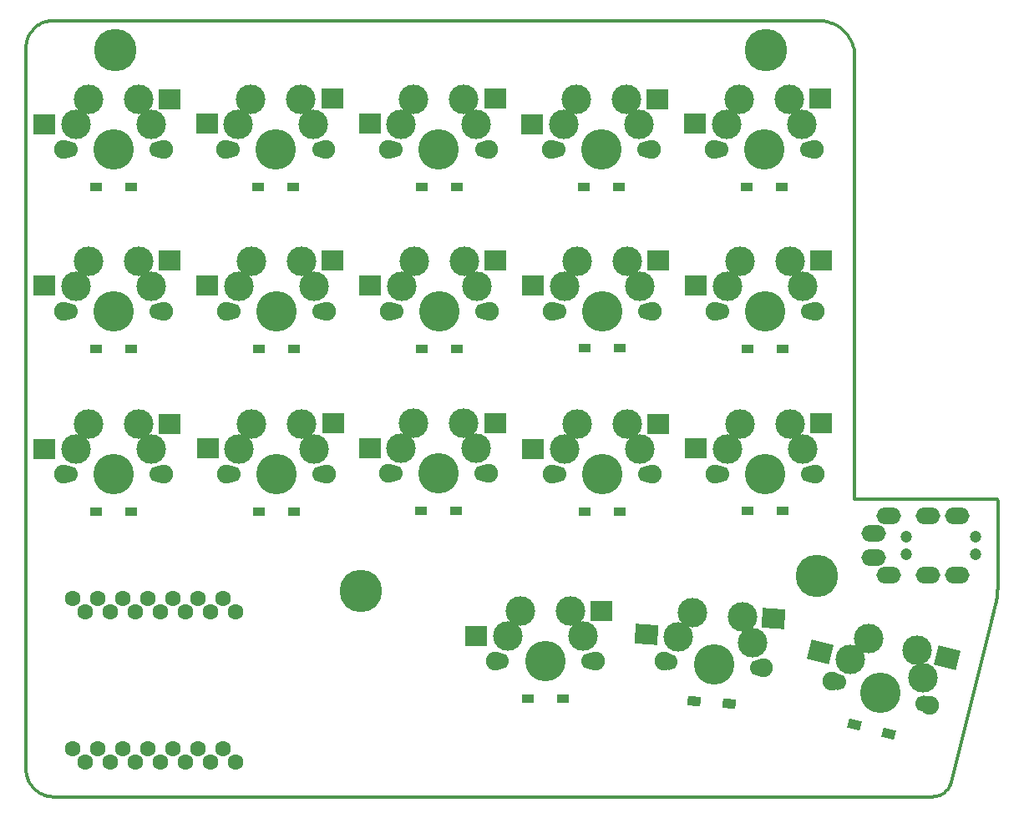
<source format=gbr>
%TF.GenerationSoftware,KiCad,Pcbnew,(6.0.6)*%
%TF.CreationDate,2022-09-02T08:16:23+09:00*%
%TF.ProjectId,split-mini,73706c69-742d-46d6-996e-692e6b696361,rev?*%
%TF.SameCoordinates,Original*%
%TF.FileFunction,Soldermask,Bot*%
%TF.FilePolarity,Negative*%
%FSLAX46Y46*%
G04 Gerber Fmt 4.6, Leading zero omitted, Abs format (unit mm)*
G04 Created by KiCad (PCBNEW (6.0.6)) date 2022-09-02 08:16:23*
%MOMM*%
%LPD*%
G01*
G04 APERTURE LIST*
G04 Aperture macros list*
%AMRotRect*
0 Rectangle, with rotation*
0 The origin of the aperture is its center*
0 $1 length*
0 $2 width*
0 $3 Rotation angle, in degrees counterclockwise*
0 Add horizontal line*
21,1,$1,$2,0,0,$3*%
G04 Aperture macros list end*
%TA.AperFunction,Profile*%
%ADD10C,0.349999*%
%TD*%
%ADD11R,1.300000X0.950000*%
%ADD12C,1.700000*%
%ADD13C,1.900000*%
%ADD14C,3.000000*%
%ADD15C,4.100000*%
%ADD16R,2.300000X2.000000*%
%ADD17C,4.300000*%
%ADD18RotRect,1.300000X0.950000X356.000000*%
%ADD19RotRect,1.300000X0.950000X346.000000*%
%ADD20RotRect,2.300000X2.000000X166.000000*%
%ADD21C,1.200000*%
%ADD22O,2.500000X1.700000*%
%ADD23RotRect,2.300000X2.000000X176.000000*%
%ADD24C,1.600000*%
G04 APERTURE END LIST*
D10*
X14780401Y-18578385D02*
X14732187Y-18700673D01*
X107991810Y-94873409D02*
X108087317Y-94740105D01*
X112896823Y-65424635D02*
X112885225Y-65421340D01*
X98210503Y-18990315D02*
X98130320Y-18833759D01*
X97948452Y-18534392D02*
X97847223Y-18392038D01*
X96820421Y-17459222D02*
X96668372Y-17371794D01*
X15268316Y-17815929D02*
X15183682Y-17913642D01*
X112836720Y-65413958D02*
X112824143Y-65413638D01*
X16213406Y-17145251D02*
X16094126Y-17199185D01*
X15485415Y-94919840D02*
X15589743Y-95009711D01*
X15809899Y-95172677D02*
X15925270Y-95245584D01*
X15589743Y-95009711D02*
X15697981Y-95094021D01*
X15450994Y-17633234D02*
X15357477Y-17722403D01*
X107375451Y-95396875D02*
X107514993Y-95313006D01*
X112960793Y-65455393D02*
X112950877Y-65449035D01*
X112930104Y-65437751D02*
X112919278Y-65432856D01*
X95669432Y-17007325D02*
X95490630Y-16975392D01*
X108210073Y-94524731D02*
X108245187Y-94449090D01*
X112849133Y-65414903D02*
X112836720Y-65413958D01*
X97110090Y-17654897D02*
X96967737Y-17553666D01*
X106756106Y-95612478D02*
X106837995Y-95596706D01*
X94937684Y-16933550D02*
X17261574Y-16933550D01*
X96511816Y-17291610D02*
X96350983Y-17218897D01*
X107647071Y-95218200D02*
X107771015Y-95112981D01*
X113068543Y-74296435D02*
X113068543Y-74296435D01*
X107771015Y-95112981D02*
X107886153Y-94997876D01*
X16545903Y-95520564D02*
X16677186Y-95556986D01*
X15037015Y-94399857D02*
X15115680Y-94511769D01*
X112844742Y-76119097D02*
X112844742Y-76119097D01*
X98042894Y-18681709D02*
X97948452Y-18534392D01*
X112885225Y-65421340D02*
X112873401Y-65418610D01*
X15357477Y-17722403D02*
X15268316Y-17815929D01*
X113012737Y-65502594D02*
X113005055Y-65493726D01*
X98405308Y-19484738D02*
X98348225Y-19316033D01*
X106589336Y-95633784D02*
X106673192Y-95624859D01*
X14964100Y-94284491D02*
X15037015Y-94399857D01*
X113012384Y-75214608D02*
X113036924Y-74985949D01*
X95308920Y-16952300D02*
X95124528Y-16938277D01*
X17356812Y-95641024D02*
X17356812Y-95641024D01*
X14897028Y-94165902D02*
X14964100Y-94284491D01*
X15200000Y-94620000D02*
X15289879Y-94724321D01*
X112861365Y-65416459D02*
X112849133Y-65414903D01*
X113068543Y-74296435D02*
X113068543Y-65658038D01*
X14835895Y-94044317D02*
X14897028Y-94165902D01*
X14568551Y-92852954D02*
X14571977Y-92991216D01*
X108331943Y-94211539D02*
X108354386Y-94129031D01*
X113053714Y-65574017D02*
X113049338Y-65562920D01*
X15650424Y-17468643D02*
X15548700Y-17548591D01*
X14568795Y-19626572D02*
X14568795Y-19626572D01*
X113005055Y-65493726D02*
X112996963Y-65485238D01*
X16718874Y-16988305D02*
X16588593Y-17018384D01*
X97247252Y-17762686D02*
X97110090Y-17654897D01*
X14731824Y-93793074D02*
X14780796Y-93919965D01*
X16851481Y-16964613D02*
X16718874Y-16988305D01*
X15865252Y-17323509D02*
X15755998Y-17393559D01*
X113036924Y-74985949D02*
X113054477Y-74756594D01*
X15115680Y-94511769D02*
X15200000Y-94620000D01*
X17356812Y-95641024D02*
X106419137Y-95641001D01*
X16043864Y-95312647D02*
X16165452Y-95373771D01*
X112897036Y-75894817D02*
X112942420Y-75669202D01*
X16810321Y-95586997D02*
X16945080Y-95610500D01*
X14732187Y-18700673D02*
X14689853Y-18825796D01*
X106504623Y-95639186D02*
X106589336Y-95633784D01*
X106673192Y-95624859D02*
X106756106Y-95612478D01*
X107886153Y-94997876D02*
X107991810Y-94873409D01*
X94937684Y-16933550D02*
X94937684Y-16933550D01*
X14571977Y-92991216D02*
X14582194Y-93128539D01*
X113067281Y-65633054D02*
X113065727Y-65620825D01*
X98568543Y-65413607D02*
X98568543Y-65413607D01*
X108245187Y-94449090D02*
X108277260Y-94371634D01*
X113057556Y-65585372D02*
X113053714Y-65574017D01*
X113065727Y-65620825D02*
X113063578Y-65608791D01*
X17261574Y-16933550D02*
X17123000Y-16937066D01*
X15697981Y-95094021D02*
X15809899Y-95172677D01*
X113019992Y-65511826D02*
X113012737Y-65502594D01*
X112226159Y-78600116D02*
X112844742Y-76119097D01*
X97378996Y-17876807D02*
X97247252Y-17762686D01*
X14834325Y-18459099D02*
X14780401Y-18578385D01*
X113068543Y-65658038D02*
X113068543Y-65658038D01*
X98130320Y-18833759D02*
X98042894Y-18681709D01*
X16289808Y-95428861D02*
X16416701Y-95477824D01*
X14780796Y-93919965D02*
X14835895Y-94044317D01*
X15385224Y-94824504D02*
X15385224Y-94824504D01*
X106419137Y-95641001D02*
X106419137Y-95641001D01*
X107076671Y-95529702D02*
X107229120Y-95469282D01*
X97625315Y-18123130D02*
X97505093Y-17997031D01*
X113033162Y-65531324D02*
X113026806Y-65521408D01*
X15103743Y-18015374D02*
X15028669Y-18120954D01*
X96668372Y-17371794D02*
X96511816Y-17291610D01*
X112942420Y-75669202D02*
X112980876Y-75442413D01*
X97505093Y-17997031D02*
X97378996Y-17876807D01*
X98563819Y-20377603D02*
X98549797Y-20193212D01*
X113039047Y-65541558D02*
X113033162Y-65531324D01*
X14689074Y-93663873D02*
X14731824Y-93793074D01*
X15978018Y-17258661D02*
X15865252Y-17323509D01*
X14568551Y-92852954D02*
X14568551Y-92852954D01*
X95845096Y-17047870D02*
X95669432Y-17007325D01*
X112844742Y-76119097D02*
X112897036Y-75894817D01*
X14568795Y-19626572D02*
X14568551Y-92852954D01*
X17123000Y-16937066D02*
X16986246Y-16947477D01*
X108306207Y-94292428D02*
X108331943Y-94211539D01*
X112988475Y-65477145D02*
X112979608Y-65469463D01*
X14652642Y-93532590D02*
X14689074Y-93663873D01*
X14689853Y-18825796D02*
X14653568Y-18953583D01*
X113060849Y-65596968D02*
X113057556Y-65585372D01*
X108087317Y-94740105D02*
X108172000Y-94598491D01*
X112873401Y-65418610D02*
X112861365Y-65416459D01*
X16094126Y-17199185D02*
X15978018Y-17258661D01*
X113068225Y-65645463D02*
X113067281Y-65633054D01*
X96017394Y-17096799D02*
X95845096Y-17047870D01*
X96967737Y-17553666D02*
X96820421Y-17459222D01*
X15028669Y-18120954D02*
X14958628Y-18230215D01*
X17081233Y-95627403D02*
X17218554Y-95637609D01*
X14582697Y-19351243D02*
X14572298Y-19487998D01*
X95490630Y-16975392D02*
X95308920Y-16952300D01*
X14599821Y-19216476D02*
X14582697Y-19351243D01*
X112940642Y-65443149D02*
X112930104Y-65437751D01*
X112824143Y-65413638D02*
X112824143Y-65413638D01*
X106419137Y-95641001D02*
X106504623Y-95639186D01*
X98348225Y-19316033D02*
X98283214Y-19151149D01*
X112979608Y-65469463D02*
X112970375Y-65462207D01*
X16416701Y-95477824D02*
X16545903Y-95520564D01*
X107229120Y-95469282D02*
X107375451Y-95396875D01*
X98494777Y-19832701D02*
X98454235Y-19657037D01*
X112980876Y-75442413D02*
X113012384Y-75214608D01*
X113068543Y-65658038D02*
X113068225Y-65645463D01*
X108277260Y-94371634D02*
X108306207Y-94292428D01*
X14623501Y-19083866D02*
X14599821Y-19216476D01*
X107514993Y-95313006D02*
X107647071Y-95218200D01*
X14622621Y-93399455D02*
X14652642Y-93532590D01*
X112996963Y-65485238D02*
X112988475Y-65477145D01*
X113026806Y-65521408D02*
X113019992Y-65511826D01*
X15548700Y-17548591D02*
X15450994Y-17633234D01*
X112950877Y-65449035D02*
X112940642Y-65443149D01*
X113065023Y-74526703D02*
X113068543Y-74296435D01*
X15183682Y-17913642D02*
X15103743Y-18015374D01*
X14893791Y-18342986D02*
X14834325Y-18459099D01*
X16335690Y-17097026D02*
X16213406Y-17145251D01*
X15289879Y-94724321D02*
X15385224Y-94824504D01*
X112970375Y-65462207D02*
X112960793Y-65455393D01*
X106837995Y-95596706D02*
X106918775Y-95577609D01*
X97739435Y-18254875D02*
X97625315Y-18123130D01*
X113063578Y-65608791D02*
X113060849Y-65596968D01*
X98454235Y-19657037D02*
X98405308Y-19484738D01*
X98549797Y-20193212D02*
X98526708Y-20011502D01*
X15755998Y-17393559D02*
X15650424Y-17468643D01*
X16165452Y-95373771D02*
X16289808Y-95428861D01*
X98568543Y-20564447D02*
X98568543Y-20564447D01*
X17218554Y-95637609D02*
X17356812Y-95641024D01*
X16986246Y-16947477D02*
X16851481Y-16964613D01*
X98526708Y-20011502D02*
X98494777Y-19832701D01*
X112824143Y-65413638D02*
X98568543Y-65413607D01*
X98283214Y-19151149D02*
X98210503Y-18990315D01*
X113054477Y-74756594D02*
X113065023Y-74526703D01*
X108354386Y-94129031D02*
X108354386Y-94129031D01*
X98568543Y-20564447D02*
X98563819Y-20377603D01*
X113049338Y-65562920D02*
X113044444Y-65552095D01*
X108354386Y-94129031D02*
X112226159Y-78600116D01*
X14582194Y-93128539D02*
X14599107Y-93264695D01*
X14572298Y-19487998D02*
X14568795Y-19626572D01*
X16945080Y-95610500D02*
X17081233Y-95627403D01*
X16588593Y-17018384D02*
X16460809Y-17054681D01*
X14653568Y-18953583D02*
X14623501Y-19083866D01*
X108172000Y-94598491D02*
X108210073Y-94524731D01*
X96350983Y-17218897D02*
X96186099Y-17153884D01*
X96186099Y-17153884D02*
X96017394Y-17096799D01*
X95124528Y-16938277D02*
X94937684Y-16933550D01*
X16677186Y-95556986D02*
X16810321Y-95586997D01*
X15925270Y-95245584D02*
X16043864Y-95312647D01*
X106918775Y-95577609D02*
X107076671Y-95529702D01*
X97847223Y-18392038D02*
X97739435Y-18254875D01*
X98568543Y-65413607D02*
X98568543Y-20564447D01*
X14958628Y-18230215D02*
X14893791Y-18342986D01*
X113044444Y-65552095D02*
X113039047Y-65541558D01*
X14599107Y-93264695D02*
X14622621Y-93399455D01*
X112908179Y-65428479D02*
X112896823Y-65424635D01*
X15385224Y-94824504D02*
X15485415Y-94919840D01*
X16460809Y-17054681D02*
X16335690Y-17097026D01*
X112919278Y-65432856D02*
X112908179Y-65428479D01*
X112226159Y-78600116D02*
X112226159Y-78600116D01*
D11*
%TO.C,D7*%
X38145000Y-50180000D03*
X41695000Y-50180000D03*
%TD*%
D12*
%TO.C,SW6*%
X18930000Y-46360000D03*
D13*
X18350000Y-46360000D03*
D14*
X20890000Y-41280000D03*
X27240000Y-43819999D03*
D12*
X27930000Y-46360000D03*
D14*
X19620000Y-43820000D03*
D13*
X28510000Y-46360000D03*
D14*
X25970000Y-41280000D03*
D15*
X23430000Y-46360000D03*
D16*
X16430000Y-43780000D03*
X29130000Y-41240000D03*
%TD*%
D14*
%TO.C,SW11*%
X27230000Y-60379999D03*
X19610000Y-60380000D03*
D12*
X18920000Y-62920000D03*
D13*
X18340000Y-62920000D03*
D14*
X20880000Y-57840000D03*
D12*
X27920000Y-62920000D03*
D13*
X28500000Y-62920000D03*
D14*
X25960000Y-57840000D03*
D15*
X23420000Y-62920000D03*
D16*
X16420000Y-60340000D03*
X29120000Y-57800000D03*
%TD*%
D11*
%TO.C,D6*%
X21675000Y-50170000D03*
X25225000Y-50170000D03*
%TD*%
D17*
%TO.C,Ref3*%
X48460000Y-74800000D03*
%TD*%
%TO.C,Ref1*%
X23570000Y-19920000D03*
%TD*%
D14*
%TO.C,SW9*%
X75500000Y-41290000D03*
D13*
X78040000Y-46370000D03*
D15*
X72960000Y-46370000D03*
D12*
X68460000Y-46370000D03*
D13*
X67880000Y-46370000D03*
D12*
X77460000Y-46370000D03*
D14*
X70420000Y-41290000D03*
X76770000Y-43829999D03*
X69150000Y-43830000D03*
D16*
X65960000Y-43790000D03*
X78660000Y-41250000D03*
%TD*%
D12*
%TO.C,SW3*%
X60910000Y-29970000D03*
D13*
X61490000Y-29970000D03*
D14*
X60220000Y-27429999D03*
D15*
X56410000Y-29970000D03*
D14*
X53870000Y-24890000D03*
D13*
X51330000Y-29970000D03*
D14*
X52600000Y-27430000D03*
D12*
X51910000Y-29970000D03*
D14*
X58950000Y-24890000D03*
D16*
X49410000Y-27390000D03*
X62110000Y-24850000D03*
%TD*%
D11*
%TO.C,D9*%
X71195000Y-50160000D03*
X74745000Y-50160000D03*
%TD*%
D17*
%TO.C,Ref4*%
X94740000Y-73210000D03*
%TD*%
%TO.C,Ref2*%
X89550000Y-19930000D03*
%TD*%
D11*
%TO.C,D16*%
X65405000Y-85690000D03*
X68955000Y-85690000D03*
%TD*%
%TO.C,D11*%
X21655000Y-66730000D03*
X25205000Y-66730000D03*
%TD*%
%TO.C,D14*%
X71195000Y-66720000D03*
X74745000Y-66720000D03*
%TD*%
D18*
%TO.C,D17*%
X82309324Y-85936182D03*
X85850676Y-86183818D03*
%TD*%
D13*
%TO.C,SW5*%
X84310000Y-29950000D03*
D14*
X91930000Y-24870000D03*
X86850000Y-24870000D03*
X93200000Y-27409999D03*
D13*
X94470000Y-29950000D03*
D12*
X93890000Y-29950000D03*
D15*
X89390000Y-29950000D03*
D12*
X84890000Y-29950000D03*
D14*
X85580000Y-27410000D03*
D16*
X82390000Y-27370000D03*
X95090000Y-24830000D03*
%TD*%
D13*
%TO.C,SW15*%
X94550000Y-62880000D03*
D12*
X84970000Y-62880000D03*
D14*
X92010000Y-57800000D03*
X85660000Y-60340000D03*
X86930000Y-57800000D03*
D15*
X89470000Y-62880000D03*
D14*
X93280000Y-60339999D03*
D13*
X84390000Y-62880000D03*
D12*
X93970000Y-62880000D03*
D16*
X82470000Y-60300000D03*
X95170000Y-57760000D03*
%TD*%
D11*
%TO.C,D13*%
X54625000Y-66650000D03*
X58175000Y-66650000D03*
%TD*%
D15*
%TO.C,SW7*%
X39930000Y-46370000D03*
D14*
X36120000Y-43830000D03*
D12*
X44430000Y-46370000D03*
D14*
X42470000Y-41290000D03*
D13*
X45010000Y-46370000D03*
D14*
X43740000Y-43829999D03*
D12*
X35430000Y-46370000D03*
D14*
X37390000Y-41290000D03*
D13*
X34850000Y-46370000D03*
D16*
X32930000Y-43790000D03*
X45630000Y-41250000D03*
%TD*%
D11*
%TO.C,D1*%
X21655000Y-33780000D03*
X25205000Y-33780000D03*
%TD*%
D14*
%TO.C,SW16*%
X70980000Y-79339999D03*
D12*
X62670000Y-81880000D03*
D14*
X63360000Y-79340000D03*
X64630000Y-76800000D03*
D13*
X72250000Y-81880000D03*
D15*
X67170000Y-81880000D03*
D14*
X69710000Y-76800000D03*
D12*
X71670000Y-81880000D03*
D13*
X62090000Y-81880000D03*
D16*
X60170000Y-79300000D03*
X72870000Y-76760000D03*
%TD*%
D19*
%TO.C,D18*%
X98547725Y-88350589D03*
X101992275Y-89209411D03*
%TD*%
D11*
%TO.C,D4*%
X71145000Y-33800000D03*
X74695000Y-33800000D03*
%TD*%
%TO.C,D10*%
X87695000Y-50190000D03*
X91245000Y-50190000D03*
%TD*%
D14*
%TO.C,SW18*%
X105501309Y-83557170D03*
D12*
X96823669Y-84011351D03*
D14*
X98107655Y-81713726D03*
X99954412Y-79556416D03*
D13*
X96260898Y-83871037D03*
D15*
X101190000Y-85100000D03*
D13*
X106119102Y-86328963D03*
D12*
X105556331Y-86188649D03*
D14*
X104883514Y-80785379D03*
D20*
X95022088Y-80903184D03*
X107959326Y-81511041D03*
%TD*%
D21*
%TO.C,J1*%
X110780000Y-71015000D03*
X103780000Y-71015000D03*
X110780000Y-69265000D03*
X103780000Y-69265000D03*
D22*
X100480000Y-71365000D03*
X100480000Y-68915000D03*
X108980000Y-73115000D03*
X108980000Y-67165000D03*
X105980000Y-73115000D03*
X105980000Y-67165000D03*
X101980000Y-73115000D03*
X101980000Y-67165000D03*
%TD*%
D11*
%TO.C,D3*%
X54645000Y-33760000D03*
X58195000Y-33760000D03*
%TD*%
D12*
%TO.C,SW8*%
X51930000Y-46360000D03*
D15*
X56430000Y-46360000D03*
D14*
X53890000Y-41280000D03*
D12*
X60930000Y-46360000D03*
D14*
X52620000Y-43820000D03*
D13*
X51350000Y-46360000D03*
D14*
X60240000Y-43819999D03*
X58970000Y-41280000D03*
D13*
X61510000Y-46360000D03*
D16*
X49430000Y-43780000D03*
X62130000Y-41240000D03*
%TD*%
D12*
%TO.C,SW17*%
X79780962Y-81926096D03*
D14*
X88247901Y-79971958D03*
X87158176Y-77349556D03*
D13*
X79202375Y-81885637D03*
D12*
X88759038Y-82553904D03*
D14*
X82090550Y-76995193D03*
D13*
X89337625Y-82594363D03*
D15*
X84270000Y-82240000D03*
D14*
X80646462Y-79440415D03*
D23*
X77467023Y-79177989D03*
X90313268Y-77530084D03*
%TD*%
D24*
%TO.C,U1*%
X19267500Y-75518700D03*
X20566500Y-92151200D03*
X21807500Y-75518700D03*
X23106500Y-92151200D03*
X24347500Y-75518700D03*
X25646500Y-92151200D03*
X26887500Y-75518700D03*
X28186500Y-92151200D03*
X29427500Y-75518700D03*
X30726500Y-92151200D03*
X33266500Y-92151200D03*
X31967500Y-75518700D03*
X34507500Y-75518700D03*
X35806500Y-92151200D03*
X35806500Y-76916200D03*
X34507500Y-90753700D03*
X31967500Y-90753700D03*
X33266500Y-76916200D03*
X30726500Y-76916200D03*
X29427500Y-90753700D03*
X28186500Y-76916200D03*
X26887500Y-90753700D03*
X25646500Y-76916200D03*
X24347500Y-90753700D03*
X21807500Y-90753700D03*
X23106500Y-76916200D03*
X19267500Y-90753700D03*
X20566500Y-76916200D03*
%TD*%
D12*
%TO.C,SW10*%
X93960000Y-46380000D03*
D14*
X86920000Y-41300000D03*
D15*
X89460000Y-46380000D03*
D14*
X85650000Y-43840000D03*
X92000000Y-41300000D03*
D13*
X94540000Y-46380000D03*
D14*
X93270000Y-43839999D03*
D13*
X84380000Y-46380000D03*
D12*
X84960000Y-46380000D03*
D16*
X82460000Y-43800000D03*
X95160000Y-41260000D03*
%TD*%
D11*
%TO.C,D15*%
X87685000Y-66670000D03*
X91235000Y-66670000D03*
%TD*%
D14*
%TO.C,SW2*%
X36090000Y-27420000D03*
D13*
X44980000Y-29960000D03*
D12*
X35400000Y-29960000D03*
D14*
X37360000Y-24880000D03*
X43710000Y-27419999D03*
D13*
X34820000Y-29960000D03*
D14*
X42440000Y-24880000D03*
D15*
X39900000Y-29960000D03*
D12*
X44400000Y-29960000D03*
D16*
X32900000Y-27380000D03*
X45600000Y-24840000D03*
%TD*%
D14*
%TO.C,SW13*%
X60210000Y-60319999D03*
D15*
X56400000Y-62860000D03*
D13*
X61480000Y-62860000D03*
D12*
X51900000Y-62860000D03*
D14*
X53860000Y-57780000D03*
X52590000Y-60320000D03*
X58940000Y-57780000D03*
D12*
X60900000Y-62860000D03*
D13*
X51320000Y-62860000D03*
D16*
X49400000Y-60280000D03*
X62100000Y-57740000D03*
%TD*%
D15*
%TO.C,SW12*%
X39970000Y-62890000D03*
D14*
X42510000Y-57810000D03*
X36160000Y-60350000D03*
X37430000Y-57810000D03*
D13*
X34890000Y-62890000D03*
D12*
X44470000Y-62890000D03*
D13*
X45050000Y-62890000D03*
D14*
X43780000Y-60349999D03*
D12*
X35470000Y-62890000D03*
D16*
X32970000Y-60310000D03*
X45670000Y-57770000D03*
%TD*%
D15*
%TO.C,SW14*%
X72950000Y-62910000D03*
D12*
X77450000Y-62910000D03*
D14*
X75490000Y-57830000D03*
X70410000Y-57830000D03*
X69140000Y-60370000D03*
X76760000Y-60369999D03*
D13*
X78030000Y-62910000D03*
D12*
X68450000Y-62910000D03*
D13*
X67870000Y-62910000D03*
D16*
X65950000Y-60330000D03*
X78650000Y-57790000D03*
%TD*%
D14*
%TO.C,SW1*%
X25960000Y-24900000D03*
X20880000Y-24900000D03*
X19610000Y-27440000D03*
D13*
X28500000Y-29980000D03*
D12*
X27920000Y-29980000D03*
D15*
X23420000Y-29980000D03*
D14*
X27230000Y-27439999D03*
D12*
X18920000Y-29980000D03*
D13*
X18340000Y-29980000D03*
D16*
X16420000Y-27400000D03*
X29120000Y-24860000D03*
%TD*%
D11*
%TO.C,D5*%
X87625000Y-33750000D03*
X91175000Y-33750000D03*
%TD*%
%TO.C,D8*%
X54665000Y-50170000D03*
X58215000Y-50170000D03*
%TD*%
D14*
%TO.C,SW4*%
X70350000Y-24900000D03*
X76700000Y-27439999D03*
D13*
X67810000Y-29980000D03*
D12*
X77390000Y-29980000D03*
X68390000Y-29980000D03*
D14*
X69080000Y-27440000D03*
X75430000Y-24900000D03*
D15*
X72890000Y-29980000D03*
D13*
X77970000Y-29980000D03*
D16*
X65890000Y-27400000D03*
X78590000Y-24860000D03*
%TD*%
D11*
%TO.C,D2*%
X38125000Y-33760000D03*
X41675000Y-33760000D03*
%TD*%
%TO.C,D12*%
X38205000Y-66710000D03*
X41755000Y-66710000D03*
%TD*%
M02*

</source>
